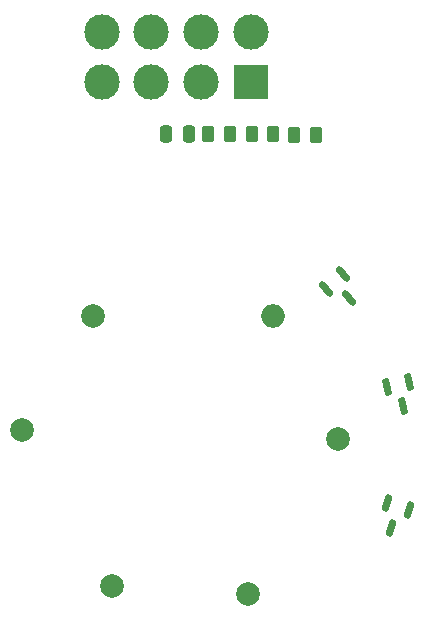
<source format=gbr>
%TF.GenerationSoftware,KiCad,Pcbnew,7.0.1*%
%TF.CreationDate,2023-09-20T08:02:12-03:00*%
%TF.ProjectId,Circuito interno Maxon 30W v4,43697263-7569-4746-9f20-696e7465726e,rev?*%
%TF.SameCoordinates,Original*%
%TF.FileFunction,Soldermask,Top*%
%TF.FilePolarity,Negative*%
%FSLAX46Y46*%
G04 Gerber Fmt 4.6, Leading zero omitted, Abs format (unit mm)*
G04 Created by KiCad (PCBNEW 7.0.1) date 2023-09-20 08:02:12*
%MOMM*%
%LPD*%
G01*
G04 APERTURE LIST*
G04 Aperture macros list*
%AMRoundRect*
0 Rectangle with rounded corners*
0 $1 Rounding radius*
0 $2 $3 $4 $5 $6 $7 $8 $9 X,Y pos of 4 corners*
0 Add a 4 corners polygon primitive as box body*
4,1,4,$2,$3,$4,$5,$6,$7,$8,$9,$2,$3,0*
0 Add four circle primitives for the rounded corners*
1,1,$1+$1,$2,$3*
1,1,$1+$1,$4,$5*
1,1,$1+$1,$6,$7*
1,1,$1+$1,$8,$9*
0 Add four rect primitives between the rounded corners*
20,1,$1+$1,$2,$3,$4,$5,0*
20,1,$1+$1,$4,$5,$6,$7,0*
20,1,$1+$1,$6,$7,$8,$9,0*
20,1,$1+$1,$8,$9,$2,$3,0*%
%AMHorizOval*
0 Thick line with rounded ends*
0 $1 width*
0 $2 $3 position (X,Y) of the first rounded end (center of the circle)*
0 $4 $5 position (X,Y) of the second rounded end (center of the circle)*
0 Add line between two ends*
20,1,$1,$2,$3,$4,$5,0*
0 Add two circle primitives to create the rounded ends*
1,1,$1,$2,$3*
1,1,$1,$4,$5*%
G04 Aperture macros list end*
%ADD10RoundRect,0.150000X-0.273603X0.541108X-0.019286X-0.606040X0.273603X-0.541108X0.019286X0.606040X0*%
%ADD11C,2.000000*%
%ADD12HorizOval,2.000000X0.000000X0.000000X0.000000X0.000000X0*%
%ADD13RoundRect,0.250000X0.262500X0.450000X-0.262500X0.450000X-0.262500X-0.450000X0.262500X-0.450000X0*%
%ADD14RoundRect,0.150000X-0.507501X0.331812X0.286318X-0.534489X0.507501X-0.331812X-0.286318X0.534489X0*%
%ADD15HorizOval,2.000000X0.000000X0.000000X0.000000X0.000000X0*%
%ADD16O,2.000000X2.000000*%
%ADD17RoundRect,0.250000X-0.262500X-0.450000X0.262500X-0.450000X0.262500X0.450000X-0.262500X0.450000X0*%
%ADD18RoundRect,0.250000X0.250000X0.475000X-0.250000X0.475000X-0.250000X-0.475000X0.250000X-0.475000X0*%
%ADD19RoundRect,0.150000X0.044168X0.604736X-0.328665X-0.509544X-0.044168X-0.604736X0.328665X0.509544X0*%
%ADD20R,3.000000X3.000000*%
%ADD21C,3.000000*%
G04 APERTURE END LIST*
D10*
%TO.C,IC1*%
X134515335Y-104325918D03*
X132660373Y-104737153D03*
X133993678Y-106362091D03*
%TD*%
D11*
%TO.C,L2*%
X128462500Y-109096557D03*
D12*
X120842500Y-122294784D03*
%TD*%
D13*
%TO.C,R3*%
X126600000Y-83360000D03*
X124775000Y-83360000D03*
%TD*%
D14*
%TO.C,IC3*%
X128909466Y-95164191D03*
X127508639Y-96447812D03*
X129475784Y-97188397D03*
%TD*%
D11*
%TO.C,L3*%
X109362500Y-121593444D03*
D15*
X101742500Y-108395217D03*
%TD*%
D11*
%TO.C,L1*%
X107800000Y-98730000D03*
D16*
X123040000Y-98730000D03*
%TD*%
D17*
%TO.C,R2*%
X117515000Y-83320000D03*
X119340000Y-83320000D03*
%TD*%
D18*
%TO.C,C1*%
X115850000Y-83350000D03*
X113950000Y-83350000D03*
%TD*%
D17*
%TO.C,R1*%
X121197500Y-83340000D03*
X123022500Y-83340000D03*
%TD*%
D19*
%TO.C,IC2*%
X134478381Y-115162386D03*
X132676566Y-114559507D03*
X132982527Y-116639053D03*
%TD*%
D20*
%TO.C,MOTOR1*%
X121100000Y-78900000D03*
D21*
X116900000Y-78900000D03*
X112700000Y-78900000D03*
X108500000Y-78900000D03*
X121100000Y-74700000D03*
X116900000Y-74700000D03*
X112700000Y-74700000D03*
X108500000Y-74700000D03*
%TD*%
M02*

</source>
